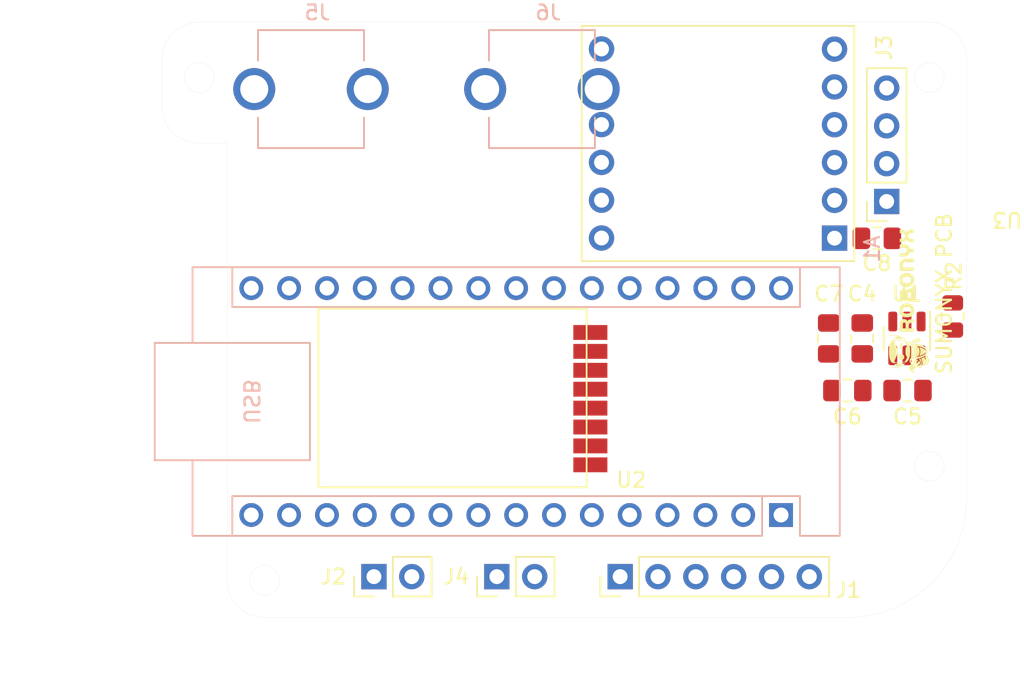
<source format=kicad_pcb>
(kicad_pcb (version 20211014) (generator pcbnew)
  (layers (0 "F.Cu" signal) (31 "B.Cu" signal) (34 "B.Paste" user) (35 "F.Paste" user) (36 "B.SilkS" user "B.Silkscreen") (37 "F.SilkS" user "F.Silkscreen") (38 "B.Mask" user) (39 "F.Mask" user) (44 "Edge.Cuts" user))
  (net 0 "")
  (net 4 "GND")
  (net 6 "Net-(A1-Pad6)")
  (net 7 "Net-(A1-Pad7)")
  (net 8 "Net-(A1-Pad8)")
  (net 9 "Net-(A1-Pad9)")
  (net 10 "Net-(A1-Pad10)")
  (net 11 "Net-(A1-Pad11)")
  (net 12 "Net-(A1-Pad12)")
  (net 13 "Net-(A1-Pad13)")
  (net 14 "Net-(A1-Pad14)")
  (net 15 "Net-(A1-Pad15)")
  (net 16 "Net-(A1-Pad16)")
  (net 17 "+3.3V")
  (net 27 "+5V")
  (net 33 "+7.5V")
  (net 34 "Net-(C5-Pad2)")
  (net 35 "Net-(C6-Pad1)")
  (net 36 "Net-(J2-Pad1)")
  (net 37 "Net-(J4-Pad1)")
  (net 38 "/MOTA1")
  (net 39 "/MOTA2")
  (net 40 "/MOTB1")
  (net 41 "/MOTB2")
  (footprint "DRV8833BRKT:DRV8833BRKT" (layer "F.Cu") (at 202.22 79.805 180)
    (fp_text reference "U3" (at -10.266 2.78 180 unlocked) (layer "F.SilkS"))
    (fp_text value "DRV8833BRKT")
    (pad "1" thru_hole rect (at 1.33 1.54 180) (size 1.7 1.7) (drill 1) (layers *.Mask "F.Cu" "In1.Cu" "B.Cu"))
    (pad "2" thru_hole oval (at 1.33 4.08 180) (size 1.7 1.7) (drill 1) (layers *.Mask "F.Cu" "In1.Cu" "B.Cu") (net 38 "/MOTA1"))
    (pad "3" thru_hole oval (at 1.33 6.62 180) (size 1.7 1.7) (drill 1) (layers *.Mask "F.Cu" "In1.Cu" "B.Cu") (net 39 "/MOTA2"))
    (pad "4" thru_hole oval (at 1.33 9.16 180) (size 1.7 1.7) (drill 1) (layers *.Mask "F.Cu" "In1.Cu" "B.Cu") (net 40 "/MOTB1"))
    (pad "5" thru_hole oval (at 1.33 11.7 180) (size 1.7 1.7) (drill 1) (layers *.Mask "F.Cu" "In1.Cu" "B.Cu") (net 41 "/MOTB2"))
    (pad "6" thru_hole oval (at 1.33 14.24 180) (size 1.7 1.7) (drill 1) (layers *.Mask "F.Cu" "In1.Cu" "B.Cu"))
    (pad "7" thru_hole circle (at 16.97 1.55 180) (size 1.7 1.7) (drill 1) (layers *.Cu *.Mask) (net 13 "Net-(A1-Pad13)"))
    (pad "8" thru_hole oval (at 16.97 4.09 180) (size 1.7 1.7) (drill 1) (layers *.Cu *.Mask) (net 12 "Net-(A1-Pad12)"))
    (pad "9" thru_hole oval (at 16.97 6.63 180) (size 1.7 1.7) (drill 1) (layers *.Cu *.Mask) (net 4 "GND"))
    (pad "10" thru_hole oval (at 16.97 9.17 180) (size 1.7 1.7) (drill 1) (layers *.Cu *.Mask) (net 33 "+7.5V"))
    (pad "11" thru_hole oval (at 16.97 11.71 180) (size 1.7 1.7) (drill 1) (layers *.Cu *.Mask) (net 9 "Net-(A1-Pad9)"))
    (pad "12" thru_hole oval (at 16.97 14.25 180) (size 1.7 1.7) (drill 1) (layers *.Cu *.Mask) (net 8 "Net-(A1-Pad8)"))
  )
  (footprint "Connector_PinSocket_2.54mm:PinSocket_1x04_P2.54mm_Vertical" (layer "F.Cu") (at 204.39 75.8 180)
    (fp_text reference "J3" (at 0.165 10.34 90) (layer "F.SilkS"))
    (fp_text value "MOTOR")
    (pad "1" thru_hole rect (at 0 0 180) (size 1.7 1.7) (drill 1) (layers *.Cu *.Mask) (net 38 "/MOTA1"))
    (pad "2" thru_hole oval (at 0 2.54 180) (size 1.7 1.7) (drill 1) (layers *.Cu *.Mask) (net 39 "/MOTA2"))
    (pad "3" thru_hole oval (at 0 5.08 180) (size 1.7 1.7) (drill 1) (layers *.Cu *.Mask) (net 40 "/MOTB1"))
    (pad "4" thru_hole oval (at 0 7.62 180) (size 1.7 1.7) (drill 1) (layers *.Cu *.Mask) (net 41 "/MOTB2"))
  )
  (footprint "Capacitor_SMD:C_0805_2012Metric_Pad1.18x1.45mm_HandSolder" (layer "F.Cu") (at 203.736 78.275 180)
    (fp_text reference "C8" (at 0 -1.68) (layer "F.SilkS"))
    (fp_text value "10UF10V")
    (pad "1" smd roundrect (at -1.0375 0 180) (size 1.175 1.45) (layers "F.Cu" "F.Paste" "F.Mask") (roundrect_rratio 0.2127659574) (net 4 "GND"))
    (pad "2" smd roundrect (at 1.0375 0 180) (size 1.175 1.45) (layers "F.Cu" "F.Paste" "F.Mask") (roundrect_rratio 0.2127659574) (net 17 "+3.3V"))
  )
  (footprint "Package_TO_SOT_SMD:TSOT-23-6" (layer "F.Cu") (at 205.75 85 -90)
    (fp_text reference "U1" (at -3 0) (layer "F.SilkS"))
    (fp_text value "AP63205WU")
    (pad "1" smd roundrect (at -1.1375 -0.95 270) (size 1.325 0.6) (layers "F.Cu" "F.Paste" "F.Mask") (net 27 "+5V"))
    (pad "2" smd roundrect (at -1.1375 0 270) (size 1.325 0.6) (layers "F.Cu" "F.Paste" "F.Mask") (net 33 "+7.5V"))
    (pad "3" smd roundrect (at -1.1375 0.95 270) (size 1.325 0.6) (layers "F.Cu" "F.Paste" "F.Mask") (net 33 "+7.5V"))
    (pad "4" smd roundrect (at 1.1375 0.95 270) (size 1.325 0.6) (layers "F.Cu" "F.Paste" "F.Mask") (net 4 "GND"))
    (pad "5" smd roundrect (at 1.1375 0 270) (size 1.325 0.6) (layers "F.Cu" "F.Paste" "F.Mask") (net 27 "+5V"))
    (pad "6" smd roundrect (at 1.1375 -0.95 270) (size 1.325 0.6) (layers "F.Cu" "F.Paste" "F.Mask") (net 34 "Net-(C5-Pad2)"))
  )
  (footprint "Capacitor_SMD:C_0805_2012Metric_Pad1.18x1.45mm_HandSolder" (layer "F.Cu") (at 205.7875 88.5)
    (fp_text reference "C5" (at 0 1.75) (layer "F.SilkS"))
    (fp_text value "100NF10V")
    (pad "1" smd roundrect (at -1.0375 0) (size 1.175 1.45) (layers "F.Cu" "F.Paste" "F.Mask") (roundrect_rratio 0.2127659574) (net 27 "+5V"))
    (pad "2" smd roundrect (at 1.0375 0) (size 1.175 1.45) (layers "F.Cu" "F.Paste" "F.Mask") (roundrect_rratio 0.2127659574) (net 34 "Net-(C5-Pad2)"))
  )
  (footprint "Capacitor_SMD:C_0805_2012Metric_Pad1.18x1.45mm_HandSolder" (layer "F.Cu") (at 200.5 85 90)
    (fp_text reference "C7" (at 3 0) (layer "F.SilkS"))
    (fp_text value "22UF10V")
    (pad "1" smd roundrect (at -1.0375 0 90) (size 1.175 1.45) (layers "F.Cu" "F.Paste" "F.Mask") (roundrect_rratio 0.2127659574) (net 35 "Net-(C6-Pad1)"))
    (pad "2" smd roundrect (at 1.0375 0 90) (size 1.175 1.45) (layers "F.Cu" "F.Paste" "F.Mask") (roundrect_rratio 0.2127659574) (net 4 "GND"))
  )
  (footprint "Connector_PinHeader_2.54mm:PinHeader_1x02_P2.54mm_Vertical" (layer "F.Cu") (at 178.225 101 90)
    (fp_text reference "J4" (at 0 -2.725 180) (layer "F.SilkS"))
    (fp_text value "BACK 7 LED")
    (pad "1" thru_hole rect (at 0 0 90) (size 1.7 1.7) (drill 1) (layers *.Cu *.Mask) (net 37 "Net-(J4-Pad1)"))
    (pad "2" thru_hole oval (at 0 2.54 90) (size 1.7 1.7) (drill 1) (layers *.Cu *.Mask) (net 4 "GND"))
  )
  (footprint "Capacitor_SMD:C_0805_2012Metric_Pad1.18x1.45mm_HandSolder" (layer "F.Cu") (at 202.75 85 90)
    (fp_text reference "C4" (at 3 0) (layer "F.SilkS"))
    (fp_text value "10UF10V")
    (pad "1" smd roundrect (at -1.0375 0 90) (size 1.175 1.45) (layers "F.Cu" "F.Paste" "F.Mask") (roundrect_rratio 0.2127659574) (net 4 "GND"))
    (pad "2" smd roundrect (at 1.0375 0 90) (size 1.175 1.45) (layers "F.Cu" "F.Paste" "F.Mask") (roundrect_rratio 0.2127659574) (net 33 "+7.5V"))
  )
  (footprint "nRF24L01BRKT_SMD:nRF24L01_Breakout_SMD" (layer "F.Cu") (at 184.25 95 180)
    (fp_text reference "U2" (at -3 0.5 unlocked) (layer "F.SilkS"))
    (fp_text value "NRF24L01_Breakout")
    (pad "1" smd rect (at -0.25 2.78 180) (size 2.286 1) (layers "F.Cu" "F.Paste" "F.Mask") (net 4 "GND"))
    (pad "2" smd rect (at -0.25 1.51 180) (size 2.286 1) (layers "F.Cu" "F.Paste" "F.Mask") (net 17 "+3.3V"))
    (pad "3" smd rect (at -0.25 4.05 180) (size 2.286 1) (layers "F.Cu" "F.Paste" "F.Mask") (net 10 "Net-(A1-Pad10)"))
    (pad "4" smd rect (at -0.25 5.32 180) (size 2.286 1) (layers "F.Cu" "F.Paste" "F.Mask") (net 11 "Net-(A1-Pad11)"))
    (pad "5" smd rect (at -0.25 6.59 180) (size 2.286 1) (layers "F.Cu" "F.Paste" "F.Mask") (net 16 "Net-(A1-Pad16)"))
    (pad "6" smd rect (at -0.25 7.86 180) (size 2.286 1) (layers "F.Cu" "F.Paste" "F.Mask") (net 14 "Net-(A1-Pad14)"))
    (pad "7" smd rect (at -0.25 9.13 180) (size 2.286 1) (layers "F.Cu" "F.Paste" "F.Mask") (net 15 "Net-(A1-Pad15)"))
    (pad "8" smd rect (at -0.25 10.4 180) (size 2.286 1) (layers "F.Cu" "F.Paste" "F.Mask"))
  )
  (footprint "Resistor_SMD:R_0805_2012Metric" (layer "F.Cu") (at 208.821 83.525 -90)
    (fp_text reference "R2" (at -2.725 -0.071 90) (layer "F.SilkS"))
    (fp_text value "50R")
    (pad "1" smd roundrect (at -0.9125 0 270) (size 1.025 1.4) (layers "F.Cu" "F.Paste" "F.Mask") (roundrect_rratio 0.243902439) (net 27 "+5V"))
    (pad "2" smd roundrect (at 0.9125 0 270) (size 1.025 1.4) (layers "F.Cu" "F.Paste" "F.Mask") (roundrect_rratio 0.243902439) (net 37 "Net-(J4-Pad1)"))
  )
  (footprint "Connector_PinHeader_2.54mm:PinHeader_1x02_P2.54mm_Vertical" (layer "F.Cu") (at 169.975 101 90)
    (fp_text reference "J2" (at 0 -2.725 180) (layer "F.SilkS"))
    (fp_text value "BATT 7V5")
    (pad "1" thru_hole rect (at 0 0 90) (size 1.7 1.7) (drill 1) (layers *.Cu *.Mask) (net 36 "Net-(J2-Pad1)"))
    (pad "2" thru_hole oval (at 0 2.54 90) (size 1.7 1.7) (drill 1) (layers *.Cu *.Mask) (net 4 "GND"))
  )
  (footprint "Connector_PinHeader_2.54mm:PinHeader_1x06_P2.54mm_Vertical" (layer "F.Cu") (at 186.5 101 90)
    (fp_text reference "J1" (at -0.9 15.32) (layer "F.SilkS"))
    (fp_text value "Conn_01x06_Male")
    (pad "1" thru_hole rect (at 0 0 90) (size 1.7 1.7) (drill 1) (layers *.Cu *.Mask) (net 27 "+5V"))
    (pad "2" thru_hole oval (at 0 2.54 90) (size 1.7 1.7) (drill 1) (layers *.Cu *.Mask) (net 7 "Net-(A1-Pad7)"))
    (pad "3" thru_hole oval (at 0 5.08 90) (size 1.7 1.7) (drill 1) (layers *.Cu *.Mask) (net 16 "Net-(A1-Pad16)"))
    (pad "4" thru_hole oval (at 0 7.62 90) (size 1.7 1.7) (drill 1) (layers *.Cu *.Mask) (net 14 "Net-(A1-Pad14)"))
    (pad "5" thru_hole oval (at 0 10.16 90) (size 1.7 1.7) (drill 1) (layers *.Cu *.Mask) (net 6 "Net-(A1-Pad6)"))
    (pad "6" thru_hole oval (at 0 12.7 90) (size 1.7 1.7) (drill 1) (layers *.Cu *.Mask) (net 4 "GND"))
  )
  (footprint "LOGO" (layer "F.Cu") (at 205.75 82.5 90)
    (fp_text reference "G***" hide)
    (fp_text value "LOGO" hide)
  )
  (footprint "Capacitor_SMD:C_0805_2012Metric_Pad1.18x1.45mm_HandSolder" (layer "F.Cu") (at 201.75 88.5)
    (fp_text reference "C6" (at 0 1.75) (layer "F.SilkS"))
    (fp_text value "22UF10V")
    (pad "1" smd roundrect (at -1.0375 0) (size 1.175 1.45) (layers "F.Cu" "F.Paste" "F.Mask") (roundrect_rratio 0.2127659574) (net 35 "Net-(C6-Pad1)"))
    (pad "2" smd roundrect (at 1.0375 0) (size 1.175 1.45) (layers "F.Cu" "F.Paste" "F.Mask") (roundrect_rratio 0.2127659574) (net 27 "+5V"))
  )
  (footprint "FC-102-BRIGHT-TIN:BEL_FC-102-BRIGHT-TIN" (layer "B.Cu") (at 181.25 68.25 180)
    (fp_text reference "J6" (at -0.425 5.135) (layer "B.SilkS") (effects (justify mirror)))
    (fp_text value "FC-102-BRIGHT-TIN")
    (pad "1" thru_hole circle locked (at -3.81 0 180) (size 2.8194 2.8194) (drill 1.8796) (layers *.Cu *.Mask) (net 36 "Net-(J2-Pad1)"))
    (pad "2" thru_hole circle locked (at 3.81 0 180) (size 2.8194 2.8194) (drill 1.8796) (layers *.Cu *.Mask) (net 36 "Net-(J2-Pad1)"))
  )
  (footprint "Module:Arduino_Nano" (layer "B.Cu") (at 197.3 96.86 90)
    (fp_text reference "A1" (at 17.86 6.115 90) (layer "B.SilkS") (effects (justify mirror)))
    (fp_text value "Arduino_Nano_v3.x")
    (fp_text user "USB" (at 7.62 -35.56 -90 unlocked) (layer "B.SilkS") (effects (justify mirror)))
    (pad "1" thru_hole rect (at 0 0 90) (size 1.6 1.6) (drill 1) (layers *.Cu *.Mask))
    (pad "2" thru_hole oval (at 0 -2.54 90) (size 1.6 1.6) (drill 1) (layers *.Cu *.Mask))
    (pad "3" thru_hole oval (at 0 -5.08 90) (size 1.6 1.6) (drill 1) (layers *.Cu *.Mask))
    (pad "4" thru_hole oval (at 0 -7.62 90) (size 1.6 1.6) (drill 1) (layers *.Cu *.Mask) (net 4 "GND"))
    (pad "5" thru_hole oval (at 0 -10.16 90) (size 1.6 1.6) (drill 1) (layers *.Cu *.Mask))
    (pad "6" thru_hole oval (at 0 -12.7 90) (size 1.6 1.6) (drill 1) (layers *.Cu *.Mask) (net 6 "Net-(A1-Pad6)"))
    (pad "7" thru_hole oval (at 0 -15.24 90) (size 1.6 1.6) (drill 1) (layers *.Cu *.Mask) (net 7 "Net-(A1-Pad7)"))
    (pad "8" thru_hole oval (at 0 -17.78 90) (size 1.6 1.6) (drill 1) (layers *.Cu *.Mask) (net 8 "Net-(A1-Pad8)"))
    (pad "9" thru_hole oval (at 0 -20.32 90) (size 1.6 1.6) (drill 1) (layers *.Cu *.Mask) (net 9 "Net-(A1-Pad9)"))
    (pad "10" thru_hole oval (at 0 -22.86 90) (size 1.6 1.6) (drill 1) (layers *.Cu *.Mask) (net 10 "Net-(A1-Pad10)"))
    (pad "11" thru_hole oval (at 0 -25.4 90) (size 1.6 1.6) (drill 1) (layers *.Cu *.Mask) (net 11 "Net-(A1-Pad11)"))
    (pad "12" thru_hole oval (at 0 -27.94 90) (size 1.6 1.6) (drill 1) (layers *.Cu *.Mask) (net 12 "Net-(A1-Pad12)"))
    (pad "13" thru_hole oval (at 0 -30.48 90) (size 1.6 1.6) (drill 1) (layers *.Cu *.Mask) (net 13 "Net-(A1-Pad13)"))
    (pad "14" thru_hole oval (at 0 -33.02 90) (size 1.6 1.6) (drill 1) (layers *.Cu *.Mask) (net 14 "Net-(A1-Pad14)"))
    (pad "15" thru_hole oval (at 0 -35.56 90) (size 1.6 1.6) (drill 1) (layers *.Cu *.Mask) (net 15 "Net-(A1-Pad15)"))
    (pad "16" thru_hole oval (at 15.24 -35.56 90) (size 1.6 1.6) (drill 1) (layers *.Cu *.Mask) (net 16 "Net-(A1-Pad16)"))
    (pad "17" thru_hole oval (at 15.24 -33.02 90) (size 1.6 1.6) (drill 1) (layers *.Cu *.Mask) (net 17 "+3.3V"))
    (pad "18" thru_hole oval (at 15.24 -30.48 90) (size 1.6 1.6) (drill 1) (layers *.Cu *.Mask))
    (pad "19" thru_hole oval (at 15.24 -27.94 90) (size 1.6 1.6) (drill 1) (layers *.Cu *.Mask))
    (pad "20" thru_hole oval (at 15.24 -25.4 90) (size 1.6 1.6) (drill 1) (layers *.Cu *.Mask))
    (pad "21" thru_hole oval (at 15.24 -22.86 90) (size 1.6 1.6) (drill 1) (layers *.Cu *.Mask))
    (pad "22" thru_hole oval (at 15.24 -20.32 90) (size 1.6 1.6) (drill 1) (layers *.Cu *.Mask))
    (pad "23" thru_hole oval (at 15.24 -17.78 90) (size 1.6 1.6) (drill 1) (layers *.Cu *.Mask))
    (pad "24" thru_hole oval (at 15.24 -15.24 90) (size 1.6 1.6) (drill 1) (layers *.Cu *.Mask))
    (pad "25" thru_hole oval (at 15.24 -12.7 90) (size 1.6 1.6) (drill 1) (layers *.Cu *.Mask))
    (pad "26" thru_hole oval (at 15.24 -10.16 90) (size 1.6 1.6) (drill 1) (layers *.Cu *.Mask))
    (pad "27" thru_hole oval (at 15.24 -7.62 90) (size 1.6 1.6) (drill 1) (layers *.Cu *.Mask))
    (pad "28" thru_hole oval (at 15.24 -5.08 90) (size 1.6 1.6) (drill 1) (layers *.Cu *.Mask))
    (pad "29" thru_hole oval (at 15.24 -2.54 90) (size 1.6 1.6) (drill 1) (layers *.Cu *.Mask) (net 4 "GND"))
    (pad "30" thru_hole oval (at 15.24 0 90) (size 1.6 1.6) (drill 1) (layers *.Cu *.Mask) (net 33 "+7.5V"))
  )
  (footprint "FC-102-BRIGHT-TIN:BEL_FC-102-BRIGHT-TIN" (layer "B.Cu") (at 165.75 68.25 180)
    (fp_text reference "J5" (at -0.425 5.135) (layer "B.SilkS") (effects (justify mirror)))
    (fp_text value "FC-102-BRIGHT-TIN")
    (pad "1" thru_hole circle locked (at -3.81 0 180) (size 2.8194 2.8194) (drill 1.8796) (layers *.Cu *.Mask) (net 33 "+7.5V"))
    (pad "2" thru_hole circle locked (at 3.81 0 180) (size 2.8194 2.8194) (drill 1.8796) (layers *.Cu *.Mask) (net 33 "+7.5V"))
  )
  (gr_line (start 159.125 71.885268) (end 159.125 71.885) (layer "Edge.Cuts") (width 0.01))
  (gr_arc (start 207.25 63.75) (mid 209.017762 64.482234) (end 209.75 66.25) (layer "Edge.Cuts") (width 0.01))
  (gr_line (start 207.25 63.75) (end 158.25 63.75) (layer "Edge.Cuts") (width 0.01))
  (gr_circle (center 207.25 93.573984) (end 208.25 93.573984) (layer "Edge.Cuts") (width 0.01) (fill none))
  (gr_arc (start 162.625 103.75) (mid 160.857233 103.017767) (end 160.125 101.25) (layer "Edge.Cuts") (width 0.01))
  (gr_circle (center 158.25 67.481984) (end 159.25 67.481984) (layer "Edge.Cuts") (width 0.01) (fill none))
  (gr_circle (center 162.625 101.25) (end 163.625 101.25) (layer "Edge.Cuts") (width 0.01) (fill none))
  (gr_circle (center 207.25 67.481984) (end 208.25 67.481984) (layer "Edge.Cuts") (width 0.01) (fill none))
  (gr_line (start 159.125 71.885) (end 160.125 71.885) (layer "Edge.Cuts") (width 0.01))
  (gr_line (start 162.625 103.75) (end 201.75 103.75) (layer "Edge.Cuts") (width 0.01))
  (gr_line (start 158.25 71.885268) (end 159.125 71.885268) (layer "Edge.Cuts") (width 0.01))
  (gr_arc (start 209.75 95.75) (mid 207.40685 101.406846) (end 201.75 103.75) (layer "Edge.Cuts") (width 0.01))
  (gr_line (start 209.75 95.75) (end 209.75 66.25) (layer "Edge.Cuts") (width 0.01))
  (gr_arc (start 158.25 71.885268) (mid 156.482233 71.153035) (end 155.75 69.385268) (layer "Edge.Cuts") (width 0.01))
  (gr_line (start 160.125 71.885) (end 160.125 101.25) (layer "Edge.Cuts") (width 0.01))
  (gr_arc (start 155.75 66.25) (mid 156.482233 64.482233) (end 158.25 63.75) (layer "Edge.Cuts") (width 0.01))
  (gr_line (start 155.75 66.25) (end 155.75 69.385268) (layer "Edge.Cuts") (width 0.01))
  (gr_text "SUMONYX PCB" (at 208.25 82 90) (layer "F.SilkS") (effects (font (size 1 1))))
)
</source>
